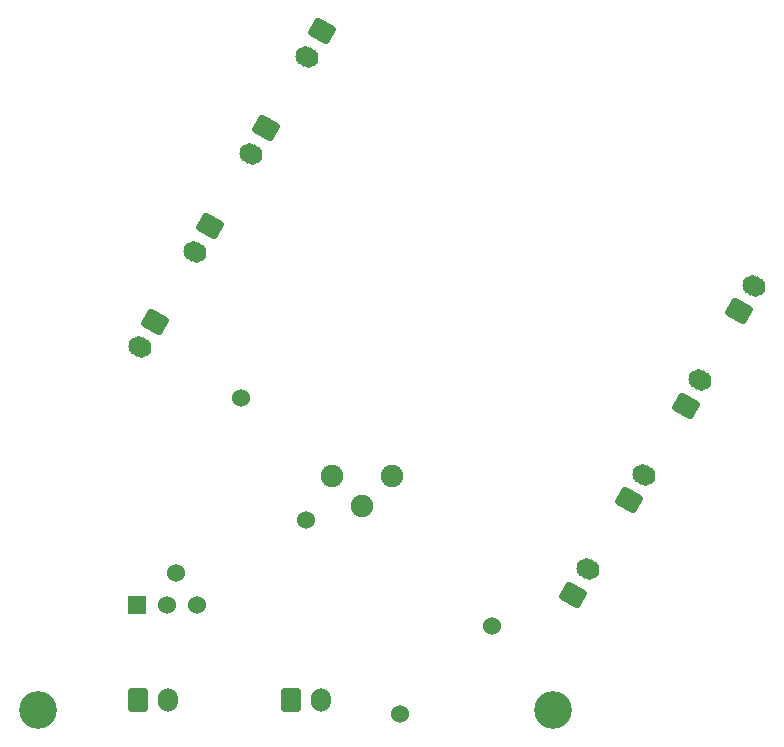
<source format=gbr>
%TF.GenerationSoftware,KiCad,Pcbnew,9.0.5*%
%TF.CreationDate,2025-10-28T18:52:10+09:00*%
%TF.ProjectId,2025_power,32303235-5f70-46f7-9765-722e6b696361,rev?*%
%TF.SameCoordinates,Original*%
%TF.FileFunction,Soldermask,Bot*%
%TF.FilePolarity,Negative*%
%FSLAX46Y46*%
G04 Gerber Fmt 4.6, Leading zero omitted, Abs format (unit mm)*
G04 Created by KiCad (PCBNEW 9.0.5) date 2025-10-28 18:52:10*
%MOMM*%
%LPD*%
G01*
G04 APERTURE LIST*
G04 Aperture macros list*
%AMRoundRect*
0 Rectangle with rounded corners*
0 $1 Rounding radius*
0 $2 $3 $4 $5 $6 $7 $8 $9 X,Y pos of 4 corners*
0 Add a 4 corners polygon primitive as box body*
4,1,4,$2,$3,$4,$5,$6,$7,$8,$9,$2,$3,0*
0 Add four circle primitives for the rounded corners*
1,1,$1+$1,$2,$3*
1,1,$1+$1,$4,$5*
1,1,$1+$1,$6,$7*
1,1,$1+$1,$8,$9*
0 Add four rect primitives between the rounded corners*
20,1,$1+$1,$2,$3,$4,$5,0*
20,1,$1+$1,$4,$5,$6,$7,0*
20,1,$1+$1,$6,$7,$8,$9,0*
20,1,$1+$1,$8,$9,$2,$3,0*%
%AMHorizOval*
0 Thick line with rounded ends*
0 $1 width*
0 $2 $3 position (X,Y) of the first rounded end (center of the circle)*
0 $4 $5 position (X,Y) of the second rounded end (center of the circle)*
0 Add line between two ends*
20,1,$1,$2,$3,$4,$5,0*
0 Add two circle primitives to create the rounded ends*
1,1,$1,$2,$3*
1,1,$1,$4,$5*%
G04 Aperture macros list end*
%ADD10C,3.200000*%
%ADD11RoundRect,0.250000X-0.600000X-0.750000X0.600000X-0.750000X0.600000X0.750000X-0.600000X0.750000X0*%
%ADD12O,1.700000X2.000000*%
%ADD13RoundRect,0.250000X-0.349519X0.894615X-0.949519X-0.144615X0.349519X-0.894615X0.949519X0.144615X0*%
%ADD14HorizOval,1.700000X-0.129904X0.075000X0.129904X-0.075000X0*%
%ADD15C,1.524000*%
%ADD16RoundRect,0.250000X0.349519X-0.894615X0.949519X0.144615X-0.349519X0.894615X-0.949519X-0.144615X0*%
%ADD17R,1.524000X1.524000*%
%ADD18C,1.900000*%
G04 APERTURE END LIST*
D10*
%TO.C,H1*%
X79025000Y-116150000D03*
%TD*%
D11*
%TO.C,J1*%
X87545181Y-115284609D03*
D12*
X90045181Y-115284609D03*
%TD*%
D13*
%TO.C,J6*%
X88945000Y-83250000D03*
D14*
X87695000Y-85415064D03*
%TD*%
D11*
%TO.C,J2*%
X100496169Y-115271592D03*
D12*
X102996169Y-115271592D03*
%TD*%
D15*
%TO.C,TP4*%
X101750000Y-100000000D03*
%TD*%
D13*
%TO.C,J8*%
X98358458Y-66889969D03*
D14*
X97108458Y-69055033D03*
%TD*%
D15*
%TO.C,TP2*%
X90750000Y-104500000D03*
%TD*%
%TO.C,TP3*%
X96250000Y-89750000D03*
%TD*%
D16*
%TO.C,J9*%
X138391543Y-82360032D03*
D14*
X139641543Y-80194968D03*
%TD*%
D13*
%TO.C,J7*%
X103108458Y-58639969D03*
D14*
X101858458Y-60805033D03*
%TD*%
D13*
%TO.C,J3*%
X93608458Y-75139969D03*
D14*
X92358458Y-77305033D03*
%TD*%
D16*
%TO.C,J5*%
X124391543Y-106360032D03*
D14*
X125641543Y-104194968D03*
%TD*%
D10*
%TO.C,H2*%
X122625000Y-116150000D03*
%TD*%
D16*
%TO.C,J4*%
X133891543Y-90360032D03*
D14*
X135141543Y-88194968D03*
%TD*%
D17*
%TO.C,SW1*%
X87460000Y-107250000D03*
D15*
X90000000Y-107250000D03*
X92540000Y-107250000D03*
%TD*%
%TO.C,TP5*%
X117500000Y-109000000D03*
%TD*%
D16*
%TO.C,J10*%
X129141543Y-98360032D03*
D14*
X130391543Y-96194968D03*
%TD*%
D15*
%TO.C,TP1*%
X109750000Y-116500000D03*
%TD*%
D18*
%TO.C,RV1*%
X103960000Y-96340000D03*
X106500000Y-98880000D03*
X109040000Y-96340000D03*
%TD*%
M02*

</source>
